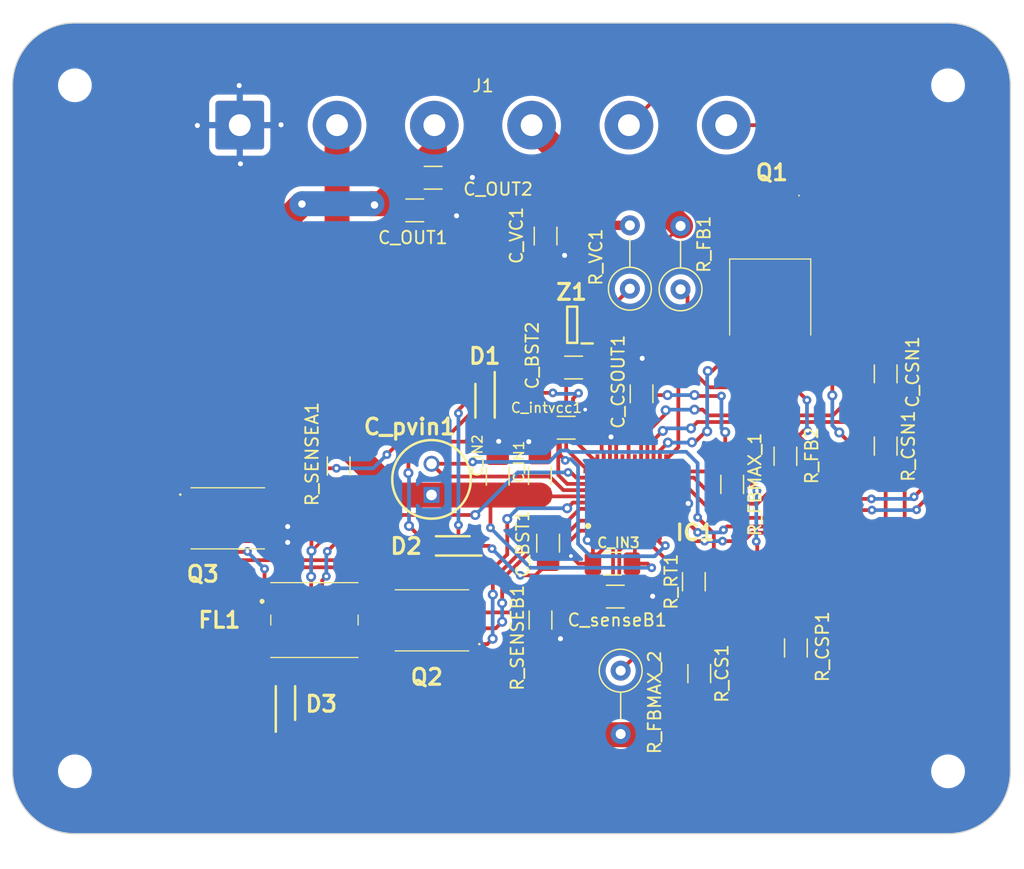
<source format=kicad_pcb>
(kicad_pcb (version 20221018) (generator pcbnew)
  (layers (0 "F.Cu" signal) (31 "B.Cu" power) (34 "B.Paste" user) (35 "F.Paste" user) (36 "B.SilkS" user "B.Silkscreen") (37 "F.SilkS" user "F.Silkscreen") (38 "B.Mask" user) (39 "F.Mask" user) (44 "Edge.Cuts" user))
  (net 0 "")
  (net 1 "/SW1")
  (net 2 "Net-(D2-K)")
  (net 3 "/BST2")
  (net 4 "/SW2")
  (net 5 "/CSN")
  (net 6 "/CSP")
  (net 7 "Net-(IC1-CSOUT)")
  (net 8 "GND")
  (net 9 "VIN")
  (net 10 "/MODE")
  (net 11 "VOUT")
  (net 12 "/PGND")
  (net 13 "/SENSEBOT")
  (net 14 "Net-(C_VC1-Pad1)")
  (net 15 "Net-(IC1-TG1)")
  (net 16 "/SENSETOP")
  (net 17 "/RT")
  (net 19 "STAT1")
  (net 20 "STAT2")
  (net 23 "/VFB")
  (net 24 "/FBG")
  (net 25 "/VFBMAX")
  (net 26 "BAT_CHARGE_OUT")
  (net 27 "/BGATE")
  (net 30 "/VC")
  (net 31 "/TG2")
  (net 32 "/BG2")
  (net 33 "/BG1")
  (net 34 "/CS_DRAIN")
  (net 36 "Net-(D3-A)")
  (footprint "Resistor_SMD:R_1206_3216Metric_Pad1.30x1.75mm_HandSolder" (layer "F.Cu") (at 192.3288 102.87 90)
    (fp_text reference "R_SENSEB1")
    (fp_text value "0.014")
  )
  (footprint "MountingHole:MountingHole_2.2mm_M2" (layer "F.Cu") (at 155 60)
    (fp_text reference "H1")
    (fp_text value "MountingHole")
  )
  (footprint "Resistor_SMD:R_1206_3216Metric_Pad1.30x1.75mm_HandSolder" (layer "F.Cu") (at 176.149 90.5256 90)
    (fp_text reference "R_SENSEA1")
    (fp_text value "0.014")
  )
  (footprint "BatChargerFootprints:SI7288DPT1GE3" (layer "F.Cu") (at 164.202 94.7166)
    (fp_text reference "Q3")
    (fp_text value "SI7272DP-T1-GE3" hide)
  )
  (footprint "Connector_Wire:SolderWire-1sqmm_1x06_P7.8mm_D1.4mm_OD3.9mm" (layer "F.Cu") (at 168.2176 63.1952)
    (fp_text reference "J1")
    (fp_text value "ChargeController_Main")
  )
  (footprint "BatChargerFootprints:PA4339701NLT" (layer "F.Cu") (at 174.2054 102.8714)
    (fp_text reference "FL1")
    (fp_text value "PA4339.701NLT" hide)
  )
  (footprint "BatChargerFootprints:SOD3716X145N" (layer "F.Cu") (at 171.8818 109.5248 90)
    (fp_text reference "D3")
    (fp_text value "SBR0560S1Q-7" hide)
  )
  (footprint "Capacitor_SMD:C_1206_3216Metric_Pad1.33x1.80mm_HandSolder" (layer "F.Cu") (at 198.3232 100.9904)
    (fp_text reference "C_senseB1")
    (fp_text value "68n")
  )
  (footprint "Resistor_SMD:R_1206_3216Metric_Pad1.30x1.75mm_HandSolder" (layer "F.Cu") (at 207.6958 91.9988 -90)
    (fp_text reference "R_FBMAX_1")
    (fp_text value "20k")
  )
  (footprint "Resistor_SMD:R_1206_3216Metric_Pad1.30x1.75mm_HandSolder" (layer "F.Cu") (at 211.963 89.7382 90)
    (fp_text reference "R_FB2")
    (fp_text value "20k")
  )
  (footprint "Capacitor_SMD:C_1206_3216Metric_Pad1.33x1.80mm_HandSolder" (layer "F.Cu") (at 220 83.1342 90)
    (fp_text reference "C_CSN1")
    (fp_text value "0.33u")
  )
  (footprint "Capacitor_SMD:C_1206_3216Metric_Pad1.33x1.80mm_HandSolder" (layer "F.Cu") (at 183.7182 67.4116 180)
    (fp_text reference "C_OUT2")
    (fp_text value "68u")
  )
  (footprint "Resistor_SMD:R_1206_3216Metric_Pad1.30x1.75mm_HandSolder" (layer "F.Cu") (at 220 88.9254 -90)
    (fp_text reference "R_CSN1")
    (fp_text value "100")
  )
  (footprint "MountingHole:MountingHole_2.2mm_M2" (layer "F.Cu") (at 225 60)
    (fp_text reference "H2")
    (fp_text value "MountingHole")
  )
  (footprint "Capacitor_SMD:C_1206_3216Metric_Pad1.33x1.80mm_HandSolder" (layer "F.Cu") (at 198.0946 98.3488 180)
    (fp_text reference "C_IN3")
    (fp_text value "15u")
  )
  (footprint "BatChargerFootprints:CAPPRD250W65D630H900" (layer "F.Cu") (at 183.5912 92.8424 90)
    (fp_text reference "C_pvin1")
    (fp_text value "10u" hide)
  )
  (footprint "BatChargerFootprints:NVD5117PLT4GVF01" (layer "F.Cu") (at 210.7438 80.0254 90)
    (fp_text reference "Q1")
    (fp_text value "PMOS" hide)
  )
  (footprint "MountingHole:MountingHole_2.2mm_M2" (layer "F.Cu") (at 155 115)
    (fp_text reference "H3")
    (fp_text value "MountingHole")
  )
  (footprint "BatChargerFootprints:QFN50P500X700X80-39N-D" (layer "F.Cu") (at 199.644 92.456 90)
    (fp_text reference "IC1")
    (fp_text value "LTC4020EUHF#PBF" hide)
  )
  (footprint "Capacitor_SMD:C_1206_3216Metric_Pad1.33x1.80mm_HandSolder" (layer "F.Cu") (at 192.7352 72.0852 -90)
    (fp_text reference "C_VC1")
    (fp_text value "680p")
  )
  (footprint "Capacitor_SMD:C_1206_3216Metric_Pad1.33x1.80mm_HandSolder" (layer "F.Cu") (at 192.278 91.2876 90)
    (fp_text reference "C_IN1")
    (fp_text value "0.1u")
  )
  (footprint "Capacitor_SMD:C_1206_3216Metric_Pad1.33x1.80mm_HandSolder" (layer "F.Cu") (at 182.245 70.0278)
    (fp_text reference "C_OUT1")
    (fp_text value "0.1u")
  )
  (footprint "Capacitor_SMD:C_1206_3216Metric_Pad1.33x1.80mm_HandSolder" (layer "F.Cu") (at 200.4314 84.7344 90)
    (fp_text reference "C_CSOUT1")
    (fp_text value "100p")
  )
  (footprint "Resistor_THT:R_Axial_DIN0309_L9.0mm_D3.2mm_P5.08mm_Vertical" (layer "F.Cu") (at 203.5556 76.3588 90)
    (fp_text reference "R_FB1")
    (fp_text value "100k")
  )
  (footprint "BatChargerFootprints:SOD3716X145N" (layer "F.Cu") (at 185.293 96.9264 180)
    (fp_text reference "D2")
    (fp_text value "SBR0560S1Q-7" hide)
  )
  (footprint "Capacitor_SMD:C_1206_3216Metric_Pad1.33x1.80mm_HandSolder" (layer "F.Cu") (at 194.3862 87.4522 180)
    (fp_text reference "C_intvcc1")
    (fp_text value "2.2u")
  )
  (footprint "Resistor_THT:R_Axial_DIN0309_L9.0mm_D3.2mm_P5.08mm_Vertical" (layer "F.Cu") (at 199.4916 76.308 90)
    (fp_text reference "R_VC1")
    (fp_text value "33k")
  )
  (footprint "Capacitor_SMD:C_1206_3216Metric_Pad1.33x1.80mm_HandSolder" (layer "F.Cu") (at 192.9384 96.7109 -90)
    (fp_text reference "C_BST1")
    (fp_text value "1u")
  )
  (footprint "Resistor_SMD:R_1206_3216Metric_Pad1.30x1.75mm_HandSolder" (layer "F.Cu") (at 205.0542 107.1626 -90)
    (fp_text reference "R_CS1")
    (fp_text value "0.014")
  )
  (footprint "Capacitor_SMD:C_1206_3216Metric_Pad1.33x1.80mm_HandSolder" (layer "F.Cu") (at 194.9835 82.6262 180)
    (fp_text reference "C_BST2")
    (fp_text value "1u")
  )
  (footprint "Resistor_SMD:R_1206_3216Metric_Pad1.30x1.75mm_HandSolder" (layer "F.Cu") (at 204.6224 99.7966 90)
    (fp_text reference "R_RT1")
    (fp_text value "270k")
  )
  (footprint "BatChargerFootprints:SI7288DPT1GE3" (layer "F.Cu") (at 186.6736 102.8954 180)
    (fp_text reference "Q2")
    (fp_text value "SI7272DP-T1-GE3" hide)
  )
  (footprint "Resistor_SMD:R_1206_3216Metric_Pad1.30x1.75mm_HandSolder" (layer "F.Cu") (at 212.8012 105.1052 90)
    (fp_text reference "R_CSP1")
    (fp_text value "100")
  )
  (footprint "BatChargerFootprints:SOT95P240X115-3N" (layer "F.Cu") (at 194.8688 79.1972 180)
    (fp_text reference "Z1")
    (fp_text value "BZX84C6V2LT116" hide)
  )
  (footprint "BatChargerFootprints:SOD3716X145N" (layer "F.Cu") (at 187.8838 85.2932 -90)
    (fp_text reference "D1")
    (fp_text value "SBR0560S1Q-7" hide)
  )
  (footprint "Resistor_THT:R_Axial_DIN0309_L9.0mm_D3.2mm_P5.08mm_Vertical" (layer "F.Cu") (at 198.755 106.9276 -90)
    (fp_text reference "R_FBMAX_2")
    (fp_text value "100k")
  )
  (footprint "Capacitor_SMD:C_1206_3216Metric_Pad1.33x1.80mm_HandSolder" (layer "F.Cu") (at 188.8998 91.3384 90)
    (fp_text reference "C_IN2")
    (fp_text value "15u")
  )
  (footprint "MountingHole:MountingHole_2.2mm_M2" (layer "F.Cu") (at 225 115)
    (fp_text reference "H4")
    (fp_text value "MountingHole")
  )
  (gr_arc (start 155 120) (mid 151.464466 118.535534) (end 150 115) (stroke (width 0.1)) (layer "Edge.Cuts"))
  (gr_arc (start 225 55) (mid 228.535534 56.464466) (end 230 60) (stroke (width 0.1)) (layer "Edge.Cuts"))
  (gr_line (start 150 115) (end 150 60) (stroke (width 0.1)) (layer "Edge.Cuts"))
  (gr_arc (start 230 115) (mid 228.535534 118.535534) (end 225 120) (stroke (width 0.1)) (layer "Edge.Cuts"))
  (gr_arc (start 150 60) (mid 151.464466 56.464466) (end 155 55) (stroke (width 0.1)) (layer "Edge.Cuts"))
  (gr_line (start 225 120) (end 155 120) (stroke (width 0.1)) (layer "Edge.Cuts"))
  (gr_line (start 230 60) (end 230 115) (stroke (width 0.1)) (layer "Edge.Cuts"))
  (gr_line (start 155 55) (end 225 55) (stroke (width 0.1)) (layer "Edge.Cuts"))
  (segment (start 176.5554 104.3714) (end 176.5554 101.3714) (width 0.3) (layer "F.Cu") (net 1))
  (segment (start 176.9244 101.7404) (end 176.5554 101.3714) (width 0.3) (layer "F.Cu") (net 1))
  (segment (start 196.194 93.956) (end 195.477 93.956) (width 0.3) (layer "F.Cu") (net 1))
  (segment (start 179.9336 101.7204) (end 180.6636 100.9904) (width 0.3) (layer "F.Cu") (net 1))
  (segment (start 188.0616 104.8004) (end 188.4934 104.3686) (width 0.3) (layer "F.Cu") (net 1))
  (segment (start 179.6288 101.7404) (end 180.1488 102.2604) (width 0.3) (layer "F.Cu") (net 1))
  (segment (start 195.477 93.956) (end 194.2846 95.1484) (width 0.3) (layer "F.Cu") (net 1))
  (segment (start 192.9384 95.203294) (end 192.9384 95.1484) (width 0.3) (layer "F.Cu") (net 1))
  (segment (start 184.8286 101.7404) (end 185.2986 102.2104) (width 0.3) (layer "F.Cu") (net 1))
  (segment (start 188.5059 100.825557) (end 188.5059 99.635794) (width 0.3) (layer "F.Cu") (net 1))
  (segment (start 180.2826 101.3714) (end 180.6636 100.9904) (width 0.3) (layer "F.Cu") (net 1))
  (segment (start 180.1488 102.2604) (end 180.6636 102.2604) (width 0.3) (layer "F.Cu") (net 1))
  (segment (start 188.5059 99.635794) (end 192.9384 95.203294) (width 0.3) (layer "F.Cu") (net 1))
  (segment (start 194.2846 95.1484) (end 192.9384 95.1484) (width 0.3) (layer "F.Cu") (net 1))
  (segment (start 185.2986 102.2104) (end 185.2986 104.3234) (width 0.3) (layer "F.Cu") (net 1))
  (segment (start 185.2986 104.3234) (end 185.7756 104.8004) (width 0.3) (layer "F.Cu") (net 1))
  (segment (start 182.9236 101.7404) (end 184.8286 101.7404) (width 0.3) (layer "F.Cu") (net 1))
  (segment (start 185.7756 104.8004) (end 186.2836 104.8004) (width 0.3) (layer "F.Cu") (net 1))
  (segment (start 182.9236 101.7404) (end 179.9336 101.7404) (width 0.3) (layer "F.Cu") (net 1))
  (segment (start 186.2836 104.8004) (end 188.0616 104.8004) (width 0.3) (layer "F.Cu") (net 1))
  (segment (start 179.9336 101.7404) (end 179.6288 101.7404) (width 0.3) (layer "F.Cu") (net 1))
  (segment (start 179.6288 101.7404) (end 176.9244 101.7404) (width 0.3) (layer "F.Cu") (net 1))
  (segment (start 179.9336 101.7404) (end 179.9336 101.7204) (width 0.3) (layer "F.Cu") (net 1))
  (via (at 188.5059 100.825557) (size 0.8) (drill 0.4) (layers "F.Cu" "B.Cu") (net 1))
  (via (at 188.4934 104.3686) (size 0.8) (drill 0.4) (layers "F.Cu" "B.Cu") (net 1))
  (segment (start 188.4934 104.3686) (end 188.4934 100.838057) (width 0.3) (layer "B.Cu") (net 1))
  (segment (start 188.4934 100.838057) (end 188.5059 100.825557) (width 0.3) (layer "B.Cu") (net 1))
  (segment (start 197.394 94.906) (end 197.394 95.595) (width 0.3) (layer "F.Cu") (net 2))
  (segment (start 197.2818 95.7072) (end 195.5046 95.7072) (width 0.3) (layer "F.Cu") (net 2))
  (segment (start 186.993 96.9264) (end 188.214 96.9264) (width 0.3) (layer "F.Cu") (net 2))
  (segment (start 188.214 96.9264) (end 188.4426 97.155) (width 0.3) (layer "F.Cu") (net 2))
  (segment (start 190.7032 99.2886) (end 191.9232 99.2886) (width 0.3) (layer "F.Cu") (net 2))
  (segment (start 191.9232 99.2886) (end 192.9384 98.2734) (width 0.3) (layer "F.Cu") (net 2))
  (segment (start 197.394 95.595) (end 197.2818 95.7072) (width 0.3) (layer "F.Cu") (net 2))
  (segment (start 195.5046 95.7072) (end 192.9384 98.2734) (width 0.3) (layer "F.Cu") (net 2))
  (via (at 188.4426 97.155) (size 0.7) (drill 0.3) (layers "F.Cu" "B.Cu") (net 2))
  (via (at 190.7032 99.2886) (size 0.7) (drill 0.3) (layers "F.Cu" "B.Cu") (net 2))
  (segment (start 190.5762 99.2886) (end 190.7032 99.2886) (width 0.3) (layer "B.Cu") (net 2))
  (segment (start 188.4426 97.155) (end 190.5762 99.2886) (width 0.3) (layer "B.Cu") (net 2))
  (segment (start 196.0688 80.1472) (end 194.2806 78.359) (width 0.3) (layer "F.Cu") (net 3))
  (segment (start 196.0688 82.149) (end 196.546 82.6262) (width 0.3) (layer "F.Cu") (net 3))
  (segment (start 197.394 89.4186) (end 197.231 89.2556) (width 0.3) (layer "F.Cu") (net 3))
  (segment (start 194.2806 78.359) (end 192.4812 78.359) (width 0.3) (layer "F.Cu") (net 3))
  (segment (start 197.394 90.006) (end 197.394 89.4186) (width 0.3) (layer "F.Cu") (net 3))
  (segment (start 197.231 89.2556) (end 197.231 83.3112) (width 0.3) (layer "F.Cu") (net 3))
  (segment (start 187.8838 82.9564) (end 187.8838 83.5932) (width 0.3) (layer "F.Cu") (net 3))
  (segment (start 192.4812 78.359) (end 187.8838 82.9564) (width 0.3) (layer "F.Cu") (net 3))
  (segment (start 196.0688 80.1472) (end 196.0688 82.149) (width 0.3) (layer "F.Cu") (net 3))
  (segment (start 197.231 83.3112) (end 196.546 82.6262) (width 0.3) (layer "F.Cu") (net 3))
  (segment (start 173.2668 98.6402) (end 183.349176 98.6402) (width 0.3) (layer "F.Cu") (net 4))
  (segment (start 171.8554 100.0516) (end 173.2668 98.6402) (width 0.3) (layer "F.Cu") (net 4))
  (segment (start 170.2054 98.7689) (end 170.2054 99.7214) (width 0.3) (layer "F.Cu") (net 4))
  (segment (start 171.8554 101.3714) (end 171.8554 100.0516) (width 0.3) (layer "F.Cu") (net 4))
  (segment (start 165.6334 95.758) (end 165.6334 96.8756) (width 0.3) (layer "F.Cu") (net 4))
  (segment (start 194.3862 89.1482) (end 194.3862 83.5914) (width 0.3) (layer "F.Cu") (net 4))
  (segment (start 168.8338 97.409) (end 168.8338 97.3699) (width 0.3) (layer "F.Cu") (net 4))
  (segment (start 193.421 82.6262) (end 193.421 79.445) (width 0.3) (layer "F.Cu") (net 4))
  (segment (start 170.2054 99.7214) (end 171.8554 101.3714) (width 0.3) (layer "F.Cu") (net 4))
  (segment (start 185.7502 86.0298) (end 186.563 85.217) (width 0.3) (layer "F.Cu") (net 4))
  (segment (start 165.227 95.3516) (end 165.6334 95.758) (width 0.3) (layer "F.Cu") (net 4))
  (segment (start 186.563 85.217) (end 188.190024 85.217) (width 0.3) (layer "F.Cu") (net 4))
  (segment (start 185.7502 96.239176) (end 185.7502 95.25) (width 0.3) (layer "F.Cu") (net 4))
  (segment (start 166.1668 97.409) (end 168.8338 97.409) (width 0.3) (layer "F.Cu") (net 4))
  (segment (start 196.194 90.956) (end 194.3862 89.1482) (width 0.3) (layer "F.Cu") (net 4))
  (segment (start 183.349176 98.6402) (end 185.7502 96.239176) (width 0.3) (layer "F.Cu") (net 4))
  (segment (start 193.421 79.445) (end 193.6688 79.1972) (width 0.3) (layer "F.Cu") (net 4))
  (segment (start 165.6334 96.8756) (end 166.1668 97.409) (width 0.3) (layer "F.Cu") (net 4))
  (segment (start 190.780824 82.6262) (end 193.421 82.6262) (width 0.3) (layer "F.Cu") (net 4))
  (segment (start 164.592 95.3516) (end 165.227 95.3516) (width 0.3) (layer "F.Cu") (net 4))
  (segment (start 194.3862 83.5914) (end 193.421 82.6262) (width 0.3) (layer "F.Cu") (net 4))
  (segment (start 185.7502 86.2937) (end 185.7502 86.0298) (width 0.3) (layer "F.Cu") (net 4))
  (segment (start 188.190024 85.217) (end 190.780824 82.6262) (width 0.3) (layer "F.Cu") (net 4))
  (via (at 185.7502 95.25) (size 0.7) (drill 0.3) (layers "F.Cu" "B.Cu") (net 4))
  (via (at 185.7502 86.2937) (size 0.7) (drill 0.3) (layers "F.Cu" "B.Cu") (net 4))
  (via (at 170.2054 98.7689) (size 0.7) (drill 0.3) (layers "F.Cu" "B.Cu") (net 4))
  (via (at 168.8338 97.3699) (size 0.7) (drill 0.3) (layers "F.Cu" "B.Cu") (net 4))
  (segment (start 168.8338 97.3973) (end 170.2054 98.7689) (width 0.3) (layer "B.Cu") (net 4))
  (segment (start 168.8338 97.3699) (end 168.8338 97.3973) (width 0.3) (layer "B.Cu") (net 4))
  (segment (start 185.7502 95.25) (end 185.7502 86.2937) (width 0.3) (layer "B.Cu") (net 4))
  (segment (start 220 87.3754) (end 220 84.6967) (width 0.3) (layer "F.Cu") (net 5))
  (segment (start 204.9018 86.995) (end 204.3938 87.503) (width 0.3) (layer "F.Cu") (net 5))
  (segment (start 201.394 90.006) (end 201.394 89.290755) (width 0.3) (layer "F.Cu") (net 5))
  (segment (start 219.6196 86.995) (end 220 87.3754) (width 0.3) (layer "F.Cu") (net 5))
  (segment (start 201.394 89.290755) (end 201.394 88.443708) (width 0.3) (layer "F.Cu") (net 5))
  (segment (start 205.6638 86.995) (end 219.6196 86.995) (width 0.3) (layer "F.Cu") (net 5))
  (segment (start 205.6638 86.995) (end 204.9018 86.995) (width 0.3) (layer "F.Cu") (net 5))
  (segment (start 201.394 88.443708) (end 202.132022 87.705686) (width 0.3) (layer "F.Cu") (net 5))
  (via (at 202.132022 87.705686) (size 0.8) (drill 0.4) (layers "F.Cu" "B.Cu") (net 5))
  (via (at 204.3938 87.503) (size 0.8) (drill 0.4) (layers "F.Cu" "B.Cu") (net 5))
  (segment (start 204.3938 87.503) (end 202.334708 87.503) (width 0.3) (layer "B.Cu") (net 5))
  (segment (start 202.334708 87.503) (end 202.132022 87.705686) (width 0.3) (layer "B.Cu") (net 5))
  (segment (start 205.7908 86.4616) (end 205.3336 86.0044) (width 0.3) (layer "F.Cu") (net 6))
  (segment (start 200.894 87.807435) (end 202.3618 86.339635) (width 0.3) (layer "F.Cu") (net 6))
  (segment (start 220 81.5717) (end 220 82.2346) (width 0.3) (layer "F.Cu") (net 6))
  (segment (start 200.894 88.4428) (end 200.894 87.807435) (width 0.3) (layer "F.Cu") (net 6))
  (segment (start 215.773 86.4616) (end 205.7908 86.4616) (width 0.3) (layer "F.Cu") (net 6))
  (segment (start 205.3336 86.0044) (end 204.6732 86.0044) (width 0.3) (layer "F.Cu") (net 6))
  (segment (start 220 81.5717) (end 221.52525 83.09695) (width 0.3) (layer "F.Cu") (net 6))
  (segment (start 212.8012 103.4796) (end 212.8012 103.5552) (width 0.3) (layer "F.Cu") (net 6))
  (segment (start 221.52525 83.09695) (end 221.52525 94.75555) (width 0.3) (layer "F.Cu") (net 6))
  (segment (start 202.3618 86.339635) (end 202.3618 86.0552) (width 0.3) (layer "F.Cu") (net 6))
  (segment (start 204.6732 86.0044) (end 204.723486 86.054686) (width 0.3) (layer "F.Cu") (net 6))
  (segment (start 200.894 90.006) (end 200.894 88.4428) (width 0.3) (layer "F.Cu") (net 6))
  (segment (start 220 82.2346) (end 215.773 86.4616) (width 0.3) (layer "F.Cu") (net 6))
  (segment (start 221.52525 94.75555) (end 212.8012 103.4796) (width 0.3) (layer "F.Cu") (net 6))
  (via (at 204.6732 86.0044) (size 0.8) (drill 0.4) (layers "F.Cu" "B.Cu") (net 6))
  (via (at 202.3618 86.0552) (size 0.8) (drill 0.4) (layers "F.Cu" "B.Cu") (net 6))
  (segment (start 202.697035 86.0044) (end 204.6732 86.0044) (width 0.3) (layer "B.Cu") (net 6))
  (segment (start 200.43509 86.30059) (end 200.4314 86.2969) (width 0.3) (layer "F.Cu") (net 7))
  (segment (start 200.394 90.006) (end 200.394 89.1032) (width 0.3) (layer "F.Cu") (net 7))
  (segment (start 200.394 86.3343) (end 200.4314 86.2969) (width 0.3) (layer "F.Cu") (net 7))
  (segment (start 200.394 89.1032) (end 200.394 86.3343) (width 0.3) (layer "F.Cu") (net 7))
  (segment (start 168.2176 63.1952) (end 168.2176 60.0644) (width 0.3) (layer "F.Cu") (net 8))
  (segment (start 186.8424 67.4116) (end 186.8678 67.3862) (width 0.3) (layer "F.Cu") (net 8))
  (segment (start 198.394 94.906) (end 198.394 93.706) (width 0.3) (layer "F.Cu") (net 8))
  (segment (start 196.5321 98.3488) (end 196.5321 96.8754) (width 0.3) (layer "F.Cu") (net 8))
  (segment (start 197.565294 96.955894) (end 196.5321 97.989088) (width 0.3) (layer "F.Cu") (net 8))
  (segment (start 201.295 100.9904) (end 201.3204 100.965) (width 0.3) (layer "F.Cu") (net 8))
  (segment (start 170.212 95.3516) (end 172.0342 95.3516) (width 0.3) (layer "F.Cu") (net 8))
  (segment (start 200.644 93.456) (end 199.644 92.456) (width 0.25) (layer "F.Cu") (net 8))
  (segment (start 172.0342 95.3516) (end 172.0596 95.377) (width 0.3) (layer "F.Cu") (net 8))
  (segment (start 197.894 94.906) (end 197.894 96.627188) (width 0.3) (layer "F.Cu") (net 8))
  (segment (start 194.2461 73.6477) (end 194.2592 73.6346) (width 0.3) (layer "F.Cu") (net 8))
  (segment (start 185.547 70.5104) (end 185.5978 70.4596) (width 0.3) (layer "F.Cu") (net 8))
  (segment (start 185.2807 67.4116) (end 186.8424 67.4116) (width 0.3) (layer "F.Cu") (net 8))
  (segment (start 188.8998 89.7759) (end 188.8998 88.6206) (width 0.3) (layer "F.Cu") (net 8))
  (segment (start 200.4314 81.9404) (end 200.4822 81.8896) (width 0.3) (layer "F.Cu") (net 8))
  (segment (start 204.0984 93.456) (end 204.1652 93.5228) (width 0.3) (layer "F.Cu") (net 8))
  (segment (start 197.894 90.006) (end 197.894 88.2753) (width 0.3) (layer "F.Cu") (net 8))
  (segment (start 198.394 96.127188) (end 197.565294 96.955894) (width 0.3) (layer "F.Cu") (net 8))
  (segment (start 203.094 93.456) (end 204.0984 93.456) (width 0.3) (layer "F.Cu") (net 8))
  (segment (start 197.894 90.706) (end 199.644 92.456) (width 0.25) (layer "F.Cu") (net 8))
  (segment (start 172.0342 96.6216) (end 172.0596 96.647) (width 0.3) (layer "F.Cu") (net 8))
  (segment (start 192.278 89.4588) (end 191.389 88.5698) (width 0.3) (layer "F.Cu") (net 8))
  (segment (start 195.9487 86.0429) (end 195.9102 86.0044) (width 0.3) (layer "F.Cu") (net 8))
  (segment (start 168.2176 66.2366) (end 168.275 66.294) (width 0.3) (layer "F.Cu") (net 8))
  (segment (start 164.846 63.1952) (end 164.8206 63.2206) (width 0.3) (layer "F.Cu") (net 8))
  (segment (start 188.8998 88.6206) (end 188.976 88.5444) (width 0.3) (layer "F.Cu") (net 8))
  (segment (start 170.212 96.6216) (end 172.0342 96.6216) (width 0.3) (layer "F.Cu") (net 8))
  (segment (start 196.5321 98.3488) (end 195.3768 98.3488) (width 0.3) (layer "F.Cu") (net 8))
  (segment (start 198.394 93.706) (end 199.644 92.456) (width 0.3) (layer "F.Cu") (net 8))
  (segment (start 192.3288 104.42) (end 193.8776 104.42) (width 0.3) (layer "F.Cu") (net 8))
  (segment (start 197.894 96.627188) (end 197.565294 96.955894) (width 0.3) (layer "F.Cu") (net 8))
  (segment (start 199.8857 100.9904) (end 201.295 100.9904) (width 0.3) (layer "F.Cu") (net 8))
  (segment (start 168.2176 63.1952) (end 168.2176 66.2366) (width 0.3) (layer "F.Cu") (net 8))
  (segment (start 195.9487 87.4522) (end 195.9487 86.0429) (width 0.3) (layer "F.Cu") (net 8))
  (segment (start 196.5321 97.989088) (end 196.5321 98.3488) (width 0.3) (layer "F.Cu") (net 8))
  (segment (start 168.2176 63.1952) (end 171.5008 63.1952) (width 0.3) (layer "F.Cu") (net 8))
  (segment (start 192.7352 73.6477) (end 194.2461 73.6477) (width 0.3) (layer "F.Cu") (net 8))
  (segment (start 198.394 94.906) (end 198.394 96.127188) (width 0.3) (layer "F.Cu") (net 8))
  (segment (start 168.2176 60.0644) (end 168.1734 60.0202) (width 0.3) (layer "F.Cu") (net 8))
  (segment (start 197.894 94.206) (end 199.644 92.456) (width 0.25) (layer "F.Cu") (net 8))
  (segment (start 200.4314 83.1719) (end 200.4314 81.9404) (width 0.3) (layer "F.Cu") (net 8))
  (segment (start 196.5321 96.8754) (end 196.1134 96.4567) (width 0.3) (layer "F.Cu") (net 8))
  (segment (start 192.278 89.7251) (end 192.278 89.4588) (width 0.3) (layer "F.Cu") (net 8))
  (segment (start 197.894 94.906) (end 197.894 94.206) (width 0.25) (layer "F.Cu") (net 8))
  (segment (start 203.094 93.456) (end 200.644 93.456) (width 0.25) (layer "F.Cu") (net 8))
  (segment (start 197.894 90.006) (end 197.894 90.706) (width 0.25) (layer "F.Cu") (net 8))
  (segment (start 171.5008 63.1952) (end 171.5262 63.1698) (width 0.3) (layer "F.Cu") (net 8))
  (segment (start 193.8776 104.42) (end 193.929 104.3686) (width 0.3) (layer "F.Cu") (net 8))
  (segment (start 168.2176 63.1952) (end 164.846 63.1952) (width 0.3) (layer "F.Cu") (net 8))
  (segment (start 195.3768 98.3488) (end 194.7672 97.7392) (width 0.3) (layer "F.Cu") (net 8))
  (segment (start 184.0869 70.5104) (end 185.547 70.5104) (width 0.3) (layer "F.Cu") (net 8))
  (segment (start 197.894 88.2753) (end 197.9805 88.1888) (width 0.3) (layer "F.Cu") (net 8))
  (via (at 194.2592 73.6346) (size 0.8) (drill 0.4) (layers "F.Cu" "B.Cu") (net 8))
  (via (at 168.275 66.294) (size 0.8) (drill 0.4) (layers "F.Cu" "B.Cu") (net 8))
  (via (at 195.9102 86.0044) (size 0.7) (drill 0.3) (layers "F.Cu" "B.Cu") (net 8))
  (via (at 185.5978 70.4596) (size 0.8) (drill 0.4) (layers "F.Cu" "B.Cu") (net 8))
  (via (at 171.5262 63.1698) (size 0.8) (drill 0.4) (layers "F.Cu" "B.Cu") (net 8))
  (via (at 200.4822 81.8896) (size 0.8) (drill 0.4) (layers "F.Cu" "B.Cu") (net 8))
  (via (at 194.7672 97.7392) (size 0.7) (drill 0.3) (layers "F.Cu" "B.Cu") (net 8))
  (via (at 191.389 88.5698) (size 0.8) (drill 0.4) (layers "F.Cu" "B.Cu") (net 8))
  (via (at 201.3204 100.965) (size 0.8) (drill 0.4) (layers "F.Cu" "B.Cu") (net 8))
  (via (at 204.1652 93.5228) (size 0.8) (drill 0.4) (layers "F.Cu" "B.Cu") (net 8))
  (via (at 168.1734 60.0202) (size 0.8) (drill 0.4) (layers "F.Cu" "B.Cu") (net 8))
  (via (at 164.8206 63.2206) (size 0.8) (drill 0.4) (layers "F.Cu" "B.Cu") (net 8))
  (via (at 193.929 104.3686) (size 0.8) (drill 0.4) (layers "F.Cu" "B.Cu") (net 8))
  (via (at 188.976 88.5444) (size 0.8) (drill 0.4) (layers "F.Cu" "B.Cu") (net 8))
  (via (at 172.0596 95.377) (size 0.8) (drill 0.4) (layers "F.Cu" "B.Cu") (net 8))
  (via (at 197.9805 88.1888) (size 0.8) (drill 0.4) (layers "F.Cu" "B.Cu") (net 8))
  (via (at 172.0596 96.647) (size 0.8) (drill 0.4) (layers "F.Cu" "B.Cu") (net 8))
  (via (at 186.8678 67.3862) (size 0.8) (drill 0.4) (layers "F.Cu" "B.Cu") (net 8))
  (via (at 196.1134 96.4567) (size 0.8) (drill 0.4) (layers "F.Cu" "B.Cu") (net 8))
  (segment (start 199.6571 98.3488) (end 200.914 98.3488) (width 0.3) (layer "F.Cu") (net 9))
  (segment (start 188.3156 93.4851) (end 188.8998 92.9009) (width 0.3) (layer "F.Cu") (net 9))
  (segment (start 196.194 92.956) (end 192.955 92.956) (width 0.3) (layer "F.Cu") (net 9))
  (segment (start 176.0176 88.1344) (end 180.8226 92.9394) (width 2) (layer "F.Cu") (net 9))
  (segment (start 199.894 94.906) (end 199.894 96.8673) (width 0.3) (layer "F.Cu") (net 9))
  (segment (start 176.0176 63.1952) (end 176.0176 88.1344) (width 2) (layer "F.Cu") (net 9))
  (segment (start 200.914 98.3488) (end 201.2442 98.679) (width 0.3) (layer "F.Cu") (net 9))
  (segment (start 180.9119 92.8501) (end 192.278 92.8501) (width 2) (layer "F.Cu") (net 9))
  (segment (start 180.8226 92.9394) (end 180.9119 92.8501) (width 2) (layer "F.Cu") (net 9))
  (segment (start 199.894 96.8673) (end 199.8857 96.8756) (width 0.3) (layer "F.Cu") (net 9))
  (segment (start 199.894 98.1119) (end 199.6571 98.3488) (width 0.3) (layer "F.Cu") (net 9))
  (segment (start 188.3156 95.4786) (end 188.3156 93.4851) (width 0.3) (layer "F.Cu") (net 9))
  (segment (start 192.955 92.956) (end 192.9384 92.9394) (width 0.3) (layer "F.Cu") (net 9))
  (segment (start 199.894 94.906) (end 199.894 98.1119) (width 0.3) (layer "F.Cu") (net 9))
  (via (at 188.3156 95.4786) (size 0.7) (drill 0.3) (layers "F.Cu" "B.Cu") (net 9))
  (via (at 201.2442 98.679) (size 0.7) (drill 0.3) (layers "F.Cu" "B.Cu") (net 9))
  (segment (start 191.516 98.679) (end 188.3156 95.4786) (width 0.3) (layer "B.Cu") (net 9))
  (segment (start 201.2442 98.679) (end 191.516 98.679) (width 0.3) (layer "B.Cu") (net 9))
  (segment (start 201.7522 96.4946) (end 201.5744 96.4946) (width 0.3) (layer "F.Cu") (net 10))
  (segment (start 201.894 96.3528) (end 201.7522 96.4946) (width 0.3) (layer "F.Cu") (net 10))
  (segment (start 194.4704 91.956) (end 193.7512 91.2368) (width 0.3) (layer "F.Cu") (net 10))
  (segment (start 201.394 96.3142) (end 201.5744 96.4946) (width 0.3) (layer "F.Cu") (net 10))
  (segment (start 192.8237 87.4522) (end 193.7512 88.3797) (width 0.3) (layer "F.Cu") (net 10))
  (segment (start 186.3072 88.5698) (end 187.8838 86.9932) (width 0.3) (layer "F.Cu") (net 10))
  (segment (start 181.737 89.9922) (end 181.737 91.0844) (width 0.3) (layer "F.Cu") (net 10))
  (segment (start 196.194 91.956) (end 194.4704 91.956) (width 0.3) (layer "F.Cu") (net 10))
  (segment (start 183.593 96.9264) (end 183.388 96.9264) (width 0.3) (layer "F.Cu") (net 10))
  (segment (start 193.8862 88.5147) (end 192.8237 87.4522) (width 0.3) (layer "F.Cu") (net 10))
  (segment (start 188.3428 87.4522) (end 192.8237 87.4522) (width 0.3) (layer "F.Cu") (net 10))
  (segment (start 193.8862 89.636987) (end 193.8862 89.6446) (width 0.3) (layer "F.Cu") (net 10))
  (segment (start 201.7522 96.4946) (end 202.1586 96.901) (width 0.3) (layer "F.Cu") (net 10))
  (segment (start 194.227276 89.978063) (end 193.8862 89.636987) (width 0.3) (layer "F.Cu") (net 10))
  (segment (start 193.8862 89.636987) (end 193.8862 88.5147) (width 0.3) (layer "F.Cu") (net 10))
  (segment (start 201.894 94.906) (end 201.894 96.3528) (width 0.3) (layer "F.Cu") (net 10))
  (segment (start 183.1594 88.5698) (end 186.3072 88.5698) (width 0.3) (layer "F.Cu") (net 10))
  (segment (start 202.1586 96.901) (end 202.3364 96.901) (width 0.3) (layer "F.Cu") (net 10))
  (segment (start 181.737 89.9922) (end 183.1594 88.5698) (width 0.3) (layer "F.Cu") (net 10))
  (segment (start 183.388 96.9264) (end 181.7878 95.3262) (width 0.3) (layer "F.Cu") (net 10))
  (segment (start 201.394 95.8088) (end 201.394 96.3142) (width 0.3) (layer "F.Cu") (net 10))
  (segment (start 193.7512 88.3797) (end 193.7512 91.2368) (width 0.3) (layer "F.Cu") (net 10))
  (segment (start 187.8838 86.9932) (end 188.3428 87.4522) (width 0.3) (layer "F.Cu") (net 10))
  (segment (start 201.394 94.906) (end 201.394 95.8088) (width 0.3) (layer "F.Cu") (net 10))
  (segment (start 193.8862 89.6446) (end 194.31 90.0684) (width 0.3) (layer "F.Cu") (net 10))
  (via (at 202.3364 96.901) (size 0.7) (drill 0.3) (layers "F.Cu" "B.Cu") (net 10))
  (via (at 181.737 91.0844) (size 0.8) (drill 0.4) (layers "F.Cu" "B.Cu") (net 10))
  (via (at 194.31 90.0684) (size 0.7) (drill 0.3) (layers "F.Cu" "B.Cu") (net 10))
  (via (at 181.7878 95.3262) (size 0.8) (drill 0.4) (layers "F.Cu" "B.Cu") (net 10))
  (segment (start 195.3394 96.762) (end 196.333144 97.755744) (width 0.3) (layer "B.Cu") (net 10))
  (segment (start 196.333144 97.755744) (end 201.481656 97.755744) (width 0.3) (layer "B.Cu") (net 10))
  (segment (start 195.3394 90.545139) (end 195.3394 96.762) (width 0.3) (layer "B.Cu") (net 10))
  (segment (start 195.27213 90.47787) (end 194.772324 89.978063) (width 0.3) (layer "B.Cu") (net 10))
  (segment (start 194.772324 89.978063) (end 194.227276 89.978063) (width 0.3) (layer "B.Cu") (net 10))
  (segment (start 201.481656 97.755744) (end 202.3364 96.901) (width 0.3) (layer "B.Cu") (net 10))
  (segment (start 181.7878 91.1352) (end 181.737 91.0844) (width 0.3) (layer "B.Cu") (net 10))
  (segment (start 195.27213 90.47787) (end 195.3394 90.545139) (width 0.3) (layer "B.Cu") (net 10))
  (segment (start 181.7878 95.3262) (end 181.7878 91.1352) (width 0.3) (layer "B.Cu") (net 10))
  (segment (start 180.6825 68.4399) (end 180.6825 70.0278) (width 2) (layer "F.Cu") (net 11))
  (segment (start 162.757 92.7862) (end 162.757 107.0802) (width 2) (layer "F.Cu") (net 11))
  (segment (start 179.6157 69.4944) (end 178.816 69.4944) (width 2) (layer "F.Cu") (net 11))
  (segment (start 182.77185 66.33825) (end 180.67635 68.43375) (width 2) (layer "F.Cu") (net 11))
  (segment (start 183.8176 63.1952) (end 183.8176 65.2925) (width 2) (layer "F.Cu") (net 11))
  (segment (start 162.7824 92.8116) (end 162.757 92.7862) (width 0.75) (layer "F.Cu") (net 11))
  (segment (start 173.2026 69.5198) (end 162.757 79.9654) (width 2) (layer "F.Cu") (net 11))
  (segment (start 180.67635 68.43375) (end 179.6157 69.4944) (width 2) (layer "F.Cu") (net 11))
  (segment (start 162.757 107.0802) (end 167.7416 112.0648) (width 2) (layer "F.Cu") (net 11))
  (segment (start 167.7416 112.0648) (end 199.9234 112.0648) (width 2) (layer "F.Cu") (net 11))
  (segment (start 199.9234 112.0648) (end 203.5556 108.4326) (width 2) (layer "F.Cu") (net 11))
  (segment (start 199.9234 112.0648) (end 198.8566 112.0648) (width 2) (layer "F.Cu") (net 11))
  (segment (start 180.67635 68.43375) (end 180.6825 68.4399) (width 2) (layer "F.Cu") (net 11))
  (segment (start 162.757 79.9654) (end 162.757 92.7862) (width 2) (layer "F.Cu") (net 11))
  (segment (start 164.592 92.8116) (end 162.7824 92.8116) (width 0.75) (layer "F.Cu") (net 11))
  (segment (start 183.8176 65.2925) (end 182.77185 66.33825) (width 2) (layer "F.Cu") (net 11))
  (segment (start 211.0238 108.4326) (end 212.8012 106.6552) (width 2) (layer "F.Cu") (net 11))
  (segment (start 203.5556 108.4326) (end 211.0238 108.4326) (width 2) (layer "F.Cu") (net 11))
  (via (at 179.0192 69.596) (size 1.5) (drill 0.6) (layers "F.Cu" "B.Cu") (net 11))
  (via (at 173.2026 69.5198) (size 1.5) (drill 0.6) (layers "F.Cu" "B.Cu") (net 11))
  (segment (start 173.228 69.4944) (end 173.2026 69.5198) (width 2) (layer "B.Cu") (net 11))
  (segment (start 178.816 69.4944) (end 173.228 69.4944) (width 2) (layer "B.Cu") (net 11))
  (segment (start 186.7462 90.3424) (end 183.5912 90.3424) (width 0.3) (layer "F.Cu") (net 12))
  (segment (start 205.6886 101.3466) (end 206.2226 100.8126) (width 0.3) (layer "F.Cu") (net 12))
  (segment (start 193.0654 91.3638) (end 184.6126 91.3638) (width 0.3) (layer "F.Cu") (net 12))
  (segment (start 206.2226 100.8126) (end 206.2226 95.9358) (width 0.3) (layer "F.Cu") (net 12))
  (segment (start 186.8932 90.1954) (end 186.7462 90.3424) (width 0.3) (layer "F.Cu") (net 12))
  (segment (start 184.6126 91.3638) (end 183.5912 90.3424) (width 0.3) (layer "F.Cu") (net 12))
  (segment (start 206.2226 95.9358) (end 204.9272 94.6404) (width 0.3) (layer "F.Cu") (net 12))
  (segment (start 194.1576 92.456) (end 193.0654 91.3638) (width 0.3) (layer "F.Cu") (net 12))
  (segment (start 204.6224 101.3466) (end 205.6886 101.3466) (width 0.3) (layer "F.Cu") (net 12))
  (segment (start 196.194 92.456) (end 194.1576 92.456) (width 0.3) (layer "F.Cu") (net 12))
  (via (at 204.9272 94.6404) (size 0.7) (drill 0.3) (layers "F.Cu" "B.Cu") (net 12))
  (via (at 186.8932 90.1954) (size 0.7) (drill 0.3) (layers "F.Cu" "B.Cu") (net 12))
  (segment (start 194.517226 89.278063) (end 193.937326 89.278063) (width 0.3) (layer "B.Cu") (net 12))
  (segment (start 194.635163 89.396) (end 194.517226 89.278063) (width 0.3) (layer "B.Cu") (net 12))
  (segment (start 204.9272 90.297) (end 204.0128 89.3826) (width 0.3) (layer "B.Cu") (net 12))
  (segment (start 203.212 89.396) (end 194.635163 89.396) (width 0.3) (layer "B.Cu") (net 12))
  (segment (start 203.2254 89.3826) (end 203.212 89.396) (width 0.3) (layer "B.Cu") (net 12))
  (segment (start 204.9272 94.6404) (end 204.9272 90.297) (width 0.3) (layer "B.Cu") (net 12))
  (segment (start 204.0128 89.3826) (end 203.2254 89.3826) (width 0.3) (layer "B.Cu") (net 12))
  (segment (start 193.019989 90.1954) (end 186.8932 90.1954) (width 0.3) (layer "B.Cu") (net 12))
  (segment (start 193.937326 89.278063) (end 193.019989 90.1954) (width 0.3) (layer "B.Cu") (net 12))
  (segment (start 196.7607 100.5209) (end 196.7607 100.9904) (width 0.3) (layer "F.Cu") (net 13))
  (segment (start 198.894 96.334294) (end 198.894 94.906) (width 0.3) (layer "F.Cu") (net 13))
  (segment (start 198.1446 99.6065) (end 198.1446 97.083694) (width 0.3) (layer "F.Cu") (net 13))
  (segment (start 190.6778 102.2604) (end 186.2836 102.2604) (width 0.3) (layer "F.Cu") (net 13))
  (segment (start 196.7607 100.9904) (end 198.1446 99.6065) (width 0.3) (layer "F.Cu") (net 13))
  (segment (start 192.3288 101.32) (end 191.6182 101.32) (width 0.3) (layer "F.Cu") (net 13))
  (segment (start 198.1446 97.083694) (end 198.894 96.334294) (width 0.3) (layer "F.Cu") (net 13))
  (segment (start 196.7607 100.9904) (end 192.6584 100.9904) (width 0.3) (layer "F.Cu") (net 13))
  (segment (start 192.6584 100.9904) (end 192.3288 101.32) (width 0.3) (layer "F.Cu") (net 13))
  (segment (start 191.6182 101.32) (end 190.6778 102.2604) (width 0.3) (layer "F.Cu") (net 13))
  (segment (start 193.4405 71.228) (end 192.7352 70.5227) (width 0.75) (layer "F.Cu") (net 14))
  (segment (start 199.4916 71.228) (end 193.4405 71.228) (width 0.75) (layer "F.Cu") (net 14))
  (segment (start 193.675 96.7232) (end 192.1256 96.7232) (width 0.3) (layer "F.Cu") (net 15))
  (segment (start 196.894 94.906) (end 195.4922 94.906) (width 0.3) (layer "F.Cu") (net 15))
  (segment (start 192.1256 96.7232) (end 189.2554 99.5934) (width 0.3) (layer "F.Cu") (net 15))
  (segment (start 188.7349 103.5304) (end 186.2836 103.5304) (width 0.3) (layer "F.Cu") (net 15))
  (segment (start 189.2554 99.5934) (end 189.2554 101.5109) (width 0.3) (layer "F.Cu") (net 15))
  (segment (start 189.2554 103.0099) (end 188.7349 103.5304) (width 0.3) (layer "F.Cu") (net 15))
  (segment (start 195.4922 94.906) (end 193.675 96.7232) (width 0.3) (layer "F.Cu") (net 15))
  (via (at 189.2554 101.5109) (size 0.8) (drill 0.4) (layers "F.Cu" "B.Cu") (net 15))
  (via (at 189.2554 103.0099) (size 0.8) (drill 0.4) (layers "F.Cu" "B.Cu") (net 15))
  (segment (start 189.2554 101.5109) (end 189.2554 103.0099) (width 0.3) (layer "B.Cu") (net 15))
  (segment (start 178.9811 105.3719) (end 178.181 106.172) (width 0.3) (layer "F.Cu") (net 16))
  (segment (start 199.394 96.5414) (end 198.6446 97.2908) (width 0.3) (layer "F.Cu") (net 16))
  (segment (start 179.5526 104.8004) (end 178.9811 105.3719) (width 0.3) (layer "F.Cu") (net 16))
  (segment (start 175.2346 106.172) (end 174.8282 105.7656) (width 0.3) (layer "F.Cu") (net 16))
  (segment (start 174.8282 105.7656) (end 174.8282 99.695) (width 0.3) (layer "F.Cu") (net 16))
  (segment (start 185.2992 106.426) (end 182.9236 104.0504) (width 0.3) (layer "F.Cu") (net 16))
  (segment (start 178.9811 105.3719) (end 180.6636 103.6894) (width 0.25) (layer "F.Cu") (net 16))
  (segment (start 174.8282 99.695) (end 175.1584 99.3648) (width 0.3) (layer "F.Cu") (net 16))
  (segment (start 178.181 106.172) (end 175.2346 106.172) (width 0.3) (layer "F.Cu") (net 16))
  (segment (start 180.6636 104.8004) (end 179.5526 104.8004) (width 0.3) (layer "F.Cu") (net 16))
  (segment (start 198.6446 97.2908) (end 198.6446 103.3614) (width 0.3) (layer "F.Cu") (net 16))
  (segment (start 176.149 96.4555) (end 176.149 92.0756) (width 0.3) (layer "F.Cu") (net 16))
  (segment (start 175.2346 97.3699) (end 176.149 96.4555) (width 0.3) (layer "F.Cu") (net 16))
  (segment (start 199.394 94.906) (end 199.394 96.5414) (width 0.3) (layer "F.Cu") (net 16))
  (segment (start 195.58 106.426) (end 185.2992 106.426) (width 0.3) (layer "F.Cu") (net 16))
  (segment (start 198.6446 103.3614) (end 195.58 106.426) (width 0.3) (layer "F.Cu") (net 16))
  (segment (start 180.6636 103.6894) (end 180.6636 103.5304) (width 0.25) (layer "F.Cu") (net 16))
  (via (at 175.1584 99.3648) (size 0.7) (drill 0.3) (layers "F.Cu" "B.Cu") (net 16))
  (via (at 175.2346 97.3699) (size 0.7) (drill 0.3) (layers "F.Cu" "B.Cu") (net 16))
  (segment (start 175.1584 99.3648) (end 175.1584 97.4461) (width 0.3) (layer "B.Cu") (net 16))
  (segment (start 175.1584 97.4461) (end 175.2346 97.3699) (width 0.3) (layer "B.Cu") (net 16))
  (segment (start 200.394 95.80307) (end 200.6696 96.07867) (width 0.3) (layer "F.Cu") (net 17))
  (segment (start 202.619294 98.2466) (end 204.6224 98.2466) (width 0.3) (layer "F.Cu") (net 17))
  (segment (start 200.6696 96.07867) (end 200.6696 96.301) (width 0.3) (layer "F.Cu") (net 17))
  (segment (start 200.6696 96.296906) (end 202.619294 98.2466) (width 0.3) (layer "F.Cu") (net 17))
  (segment (start 200.394 95.80307) (end 200.394 94.906) (width 0.3) (layer "F.Cu") (net 17))
  (segment (start 200.6696 96.07867) (end 200.6696 96.296906) (width 0.3) (layer "F.Cu") (net 17))
  (segment (start 222.4786 94.0308) (end 222.4786 93.9292) (width 0.3) (layer "F.Cu") (net 19))
  (segment (start 202.9228 59.69) (end 199.4176 63.1952) (width 0.3) (layer "F.Cu") (net 19))
  (segment (start 211.4692 95.8708) (end 213.2838 94.0562) (width 0.3) (layer "F.Cu") (net 19))
  (segment (start 213.2838 94.0562) (end 218.8972 94.0562) (width 0.3) (layer "F.Cu") (net 19))
  (segment (start 202.394 94.906) (end 204.0334 96.5454) (width 0.3) (layer "F.Cu") (net 19))
  (segment (start 224.4344 91.9734) (end 224.4344 74.4728) (width 0.3) (layer "F.Cu") (net 19))
  (segment (start 209.6516 59.69) (end 202.9228 59.69) (width 0.3) (layer "F.Cu") (net 19))
  (segment (start 208.6102 96.5454) (end 209.2848 95.8708) (width 0.3) (layer "F.Cu") (net 19))
  (segment (start 209.2848 95.8708) (end 211.4692 95.8708) (width 0.3) (layer "F.Cu") (net 19))
  (segment (start 222.4786 93.9292) (end 224.4344 91.9734) (width 0.3) (layer "F.Cu") (net 19))
  (segment (start 224.4344 74.4728) (end 209.6516 59.69) (width 0.3) (layer "F.Cu") (net 19))
  (segment (start 206.9221 96.5454) (end 208.6102 96.5454) (width 0.3) (layer "F.Cu") (net 19))
  (segment (start 204.0334 96.5454) (end 205.486 96.5454) (width 0.3) (layer "F.Cu") (net 19))
  (via (at 206.9221 96.5454) (size 0.7) (drill 0.3) (layers "F.Cu" "B.Cu") (net 19))
  (via (at 205.486 96.5454) (size 0.7) (drill 0.3) (layers "F.Cu" "B.Cu") (net 19))
  (via (at 218.8972 94.0562) (size 0.7) (drill 0.3) (layers "F.Cu" "B.Cu") (net 19))
  (via (at 222.4786 94.0308) (size 0.7) (drill 0.3) (layers "F.Cu" "B.Cu") (net 19))
  (segment (start 205.486 96.5454) (end 206.9221 96.5454) (width 0.3) (layer "B.Cu") (net 19))
  (segment (start 222.4532 94.0562) (end 222.4786 94.0308) (width 0.3) (layer "B.Cu") (net 19))
  (segment (start 218.8972 94.0562) (end 222.4532 94.0562) (width 0.3) (layer "B.Cu") (net 19))
  (segment (start 223.6724 91.5924) (end 223.6724 74.6252) (width 0.3) (layer "F.Cu") (net 20))
  (segment (start 222.2754 92.9894) (end 223.4819 91.7829) (width 0.3) (layer "F.Cu") (net 20))
  (segment (start 223.6724 74.6252) (end 212.2424 63.1952) (width 0.3) (layer "F.Cu") (net 20))
  (segment (start 223.5454 91.7194) (end 223.5708 91.7194) (width 0.3) (layer "F.Cu") (net 20))
  (segment (start 206.995631 95.648908) (end 207.273739 95.3708) (width 0.3) (layer "F.Cu") (net 20))
  (segment (start 213.475417 93.157477) (end 218.859753 93.157477) (width 0.3) (layer "F.Cu") (net 20))
  (segment (start 211.262094 95.3708) (end 213.475417 93.157477) (width 0.3) (layer "F.Cu") (net 20))
  (segment (start 207.273739 95.3708) (end 211.262094 95.3708) (width 0.3) (layer "F.Cu") (net 20))
  (segment (start 223.4819 91.7829) (end 223.6724 91.5924) (width 0.3) (layer "F.Cu") (net 20))
  (segment (start 203.094 94.012921) (end 204.924085 95.843006) (width 0.3) (layer "F.Cu") (net 20))
  (segment (start 212.2424 63.1952) (end 207.2176 63.1952) (width 0.3) (layer "F.Cu") (net 20))
  (segment (start 223.4819 91.7829) (end 223.5454 91.7194) (width 0.3) (layer "F.Cu") (net 20))
  (segment (start 203.094 93.956) (end 203.094 94.012921) (width 0.3) (layer "F.Cu") (net 20))
  (via (at 218.859753 93.157477) (size 0.7) (drill 0.3) (layers "F.Cu" "B.Cu") (net 20))
  (via (at 206.995631 95.648908) (size 0.7) (drill 0.3) (layers "F.Cu" "B.Cu") (net 20))
  (via (at 204.924085 95.843006) (size 0.7) (drill 0.3) (layers "F.Cu" "B.Cu") (net 20))
  (via (at 222.2754 92.9894) (size 0.7) (drill 0.3) (layers "F.Cu" "B.Cu") (net 20))
  (segment (start 218.859753 93.157477) (end 222.107323 93.157477) (width 0.3) (layer "B.Cu") (net 20))
  (segment (start 222.107323 93.157477) (end 222.2754 92.9894) (width 0.3) (layer "B.Cu") (net 20))
  (segment (start 204.924085 95.843006) (end 206.801533 95.843006) (width 0.3) (layer "B.Cu") (net 20))
  (segment (start 206.801533 95.843006) (end 206.995631 95.648908) (width 0.3) (layer "B.Cu") (net 20))
  (segment (start 213.106 88.1882) (end 212.9282 88.1882) (width 0.3) (layer "F.Cu") (net 23))
  (segment (start 211.1629 94.6785) (end 213.6651 92.1763) (width 0.3) (layer "F.Cu") (net 23))
  (segment (start 213.6902 85.2424) (end 212.66 84.2122) (width 0.3) (layer "F.Cu") (net 23))
  (segment (start 212.9282 88.1882) (end 211.963 88.1882) (width 0.3) (layer "F.Cu") (net 23))
  (segment (start 203.843 91.956) (end 206.5655 94.6785) (width 0.3) (layer "F.Cu") (net 23))
  (segment (start 206.5655 94.6785) (end 211.1629 94.6785) (width 0.3) (layer "F.Cu") (net 23))
  (segment (start 205.8274 84.2122) (end 204.117729 82.502529) (width 0.3) (layer "F.Cu") (net 23))
  (segment (start 204.117729 76.920929) (end 203.5556 76.3588) (width 0.3) (layer "F.Cu") (net 23))
  (segment (start 213.741 87.6945) (end 213.4219 87.6945) (width 0.3) (layer "F.Cu") (net 23))
  (segment (start 212.66 84.2122) (end 205.8274 84.2122) (width 0.3) (layer "F.Cu") (net 23))
  (segment (start 204.117729 82.502529) (end 204.117729 76.920929) (width 0.3) (layer "F.Cu") (net 23))
  (segment (start 213.6651 92.1763) (end 213.6651 88.7473) (width 0.3) (layer "F.Cu") (net 23))
  (segment (start 203.094 91.956) (end 203.843 91.956) (width 0.3) (layer "F.Cu") (net 23))
  (segment (start 211.7102 87.9354) (end 211.963 88.1882) (width 0.3) (layer "F.Cu") (net 23))
  (segment (start 213.4219 87.6945) (end 212.9282 88.1882) (width 0.3) (layer "F.Cu") (net 23))
  (segment (start 213.6651 88.7473) (end 213.106 88.1882) (width 0.3) (layer "F.Cu") (net 23))
  (via (at 213.6902 85.2424) (size 0.7) (drill 0.3) (layers "F.Cu" "B.Cu") (net 23))
  (via (at 213.741 87.6945) (size 0.7) (drill 0.3) (layers "F.Cu" "B.Cu") (net 23))
  (segment (start 213.6902 85.2424) (end 213.6902 87.6437) (width 0.3) (layer "B.Cu") (net 23))
  (segment (start 213.6902 87.6437) (end 213.741 87.6945) (width 0.3) (layer "B.Cu") (net 23))
  (segment (start 206.7152 93.5488) (end 207.6958 93.5488) (width 0.3) (layer "F.Cu") (net 24))
  (segment (start 209.7024 93.5488) (end 211.963 91.2882) (width 0.3) (layer "F.Cu") (net 24))
  (segment (start 207.6958 93.5488) (end 209.7024 93.5488) (width 0.3) (layer "F.Cu") (net 24))
  (segment (start 204.6224 91.456) (end 206.7152 93.5488) (width 0.3) (layer "F.Cu") (net 24))
  (segment (start 203.094 91.456) (end 204.6224 91.456) (width 0.3) (layer "F.Cu") (net 24))
  (segment (start 199.1814 85.6288) (end 199.9742 84.836) (width 0.3) (layer "F.Cu") (net 25))
  (segment (start 207.1886 90.956) (end 207.6958 90.4488) (width 0.3) (layer "F.Cu") (net 25))
  (segment (start 208.1784 89.9662) (end 207.6958 90.4488) (width 0.3) (layer "F.Cu") (net 25))
  (segment (start 199.394 90.006) (end 199.394 89.436024) (width 0.3) (layer "F.Cu") (net 25))
  (segment (start 200.9902 84.836) (end 202.5142 84.836) (width 0.3) (layer "F.Cu") (net 25))
  (segment (start 199.9742 84.836) (end 200.9902 84.836) (width 0.3) (layer "F.Cu") (net 25))
  (segment (start 199.39 89.432024) (end 199.39 87.5538) (width 0.3) (layer "F.Cu") (net 25))
  (segment (start 199.394 89.436024) (end 199.39 89.432024) (width 0.3) (layer "F.Cu") (net 25))
  (segment (start 199.1814 87.3452) (end 199.1814 85.6288) (width 0.3) (layer "F.Cu") (net 25))
  (segment (start 207.137 87.8078) (end 207.137 89.89) (width 0.3) (layer "F.Cu") (net 25))
  (segment (start 208.2671 89.9797) (end 207.9498 90.297) (width 0.3) (layer "F.Cu") (net 25))
  (segment (start 206.8322 84.9122) (end 204.7494 84.9122) (width 0.3) (layer "F.Cu") (net 25))
  (segment (start 209.7024 96.647) (end 209.6262 96.5708) (width 0.3) (layer "F.Cu") (net 25))
  (segment (start 201.6188 104.0638) (end 205.5368 104.0638) (width 0.3) (layer "F.Cu") (net 25))
  (segment (start 207.8488 90.6018) (end 207.6958 90.4488) (width 0.3) (layer "F.Cu") (net 25))
  (segment (start 204.7494 84.9122) (end 204.6732 84.836) (width 0.3) (layer "F.Cu") (net 25))
  (segment (start 203.094 90.956) (end 207.1886 90.956) (width 0.3) (layer "F.Cu") (net 25))
  (segment (start 209.677 92.5068) (end 209.677 92.43) (width 0.3) (layer "F.Cu") (net 25))
  (segment (start 209.7024 99.8982) (end 209.7024 96.647) (width 0.3) (layer "F.Cu") (net 25))
  (segment (start 198.755 106.9276) (end 201.6188 104.0638) (width 0.3) (layer "F.Cu") (net 25))
  (segment (start 199.39 87.5538) (end 199.1814 87.3452) (width 0.3) (layer "F.Cu") (net 25))
  (segment (start 209.7024 99.8982) (end 205.5368 104.0638) (width 0.3) (layer "F.Cu") (net 25))
  (segment (start 209.677 92.43) (end 207.6958 90.4488) (width 0.3) (layer "F.Cu") (net 25))
  (segment (start 207.137 89.89) (end 207.6958 90.4488) (width 0.3) (layer "F.Cu") (net 25))
  (via (at 204.6732 84.836) (size 0.8) (drill 0.4) (layers "F.Cu" "B.Cu") (net 25))
  (via (at 207.137 87.8078) (size 0.8) (drill 0.4) (layers "F.Cu" "B.Cu") (net 25))
  (via (at 209.6262 96.5708) (size 0.7) (drill 0.3) (layers "F.Cu" "B.Cu") (net 25))
  (via (at 202.5142 84.836) (size 0.8) (drill 0.4) (layers "F.Cu" "B.Cu") (net 25))
  (via (at 209.677 92.5068) (size 0.7) (drill 0.3) (layers "F.Cu" "B.Cu") (net 25))
  (via (at 206.8322 84.9122) (size 0.7) (drill 0.3) (layers "F.Cu" "B.Cu") (net 25))
  (segment (start 209.6262 96.5708) (end 209.6262 92.5576) (width 0.3) (layer "B.Cu") (net 25))
  (segment (start 206.8322 84.9122) (end 206.8322 87.503) (width 0.3) (layer "B.Cu") (net 25))
  (segment (start 209.6262 92.5576) (end 209.677 92.5068) (width 0.3) (layer "B.Cu") (net 25))
  (segment (start 204.6732 84.836) (end 204.6478 84.8106) (width 0.3) (layer "B.Cu") (net 25))
  (segment (start 206.8322 87.503) (end 207.137 87.8078) (width 0.3) (layer "B.Cu") (net 25))
  (segment (start 207.01 87.6808) (end 207.137 87.8078) (width 0.3) (layer "B.Cu") (net 25))
  (segment (start 202.5142 84.836) (end 204.6732 84.836) (width 0.3) (layer "B.Cu") (net 25))
  (segment (start 203.3778 89.0222) (end 203.3778 82.3204) (width 0.3) (layer "F.Cu") (net 26))
  (segment (start 202.394 90.006) (end 203.3778 89.0222) (width 0.3) (layer "F.Cu") (net 26))
  (segment (start 196.7992 68.3768) (end 201.3198 68.3768) (width 2) (layer "F.Cu") (net 26))
  (segment (start 205.7602 68.3768) (end 208.4588 71.0754) (width 2) (layer "F.Cu") (net 26))
  (segment (start 201.3198 68.3768) (end 205.7602 68.3768) (width 2) (layer "F.Cu") (net 26))
  (segment (start 191.6176 63.1952) (end 196.7992 68.3768) (width 2) (layer "F.Cu") (net 26))
  (segment (start 200.6536 68.3768) (end 203.5556 71.2788) (width 2) (layer "F.Cu") (net 26))
  (segment (start 201.6506 73.1838) (end 203.5556 71.2788) (width 0.25) (layer "F.Cu") (net 26))
  (segment (start 203.3778 82.3204) (end 203.3778 79.6798) (width 0.25) (layer "F.Cu") (net 26))
  (segment (start 196.7992 68.3768) (end 200.6536 68.3768) (width 2) (layer "F.Cu") (net 26))
  (segment (start 203.3778 79.6798) (end 201.6506 77.9526) (width 0.25) (layer "F.Cu") (net 26))
  (segment (start 201.6506 77.9526) (end 201.6506 73.1838) (width 0.25) (layer "F.Cu") (net 26))
  (segment (start 201.894 90.006) (end 201.894 89.2916) (width 0.3) (layer "F.Cu") (net 27))
  (segment (start 201.894 89.2916) (end 202.5396 88.646) (width 0.3) (layer "F.Cu") (net 27))
  (segment (start 205.6892 87.63) (end 205.6892 87.7445) (width 0.3) (layer "F.Cu") (net 27))
  (segment (start 204.6986 88.6206) (end 205.6892 87.63) (width 0.3) (layer "F.Cu") (net 27))
  (segment (start 205.74 82.9056) (end 206.0936 82.9056) (width 0.3) (layer "F.Cu") (net 27))
  (segment (start 204.47 88.6206) (end 204.6986 88.6206) (width 0.3) (layer "F.Cu") (net 27))
  (segment (start 206.0936 82.9056) (end 210.7438 78.2554) (width 0.3) (layer "F.Cu") (net 27))
  (via (at 202.5396 88.646) (size 0.8) (drill 0.4) (layers "F.Cu" "B.Cu") (net 27))
  (via (at 205.74 82.9056) (size 0.8) (drill 0.4) (layers "F.Cu" "B.Cu") (net 27))
  (via (at 205.6892 87.7445) (size 0.8) (drill 0.4) (layers "F.Cu" "B.Cu") (net 27))
  (via (at 204.47 88.6206) (size 0.8) (drill 0.4) (layers "F.Cu" "B.Cu") (net 27))
  (segment (start 204.4446 88.646) (end 204.47 88.6206) (width 0.3) (layer "B.Cu") (net 27))
  (segment (start 205.6892 82.9564) (end 205.74 82.9056) (width 0.3) (layer "B.Cu") (net 27))
  (segment (start 202.5396 88.646) (end 204.4446 88.646) (width 0.3) (layer "B.Cu") (net 27))
  (segment (start 205.6892 87.7445) (end 205.6892 82.9564) (width 0.3) (layer "B.Cu") (net 27))
  (segment (start 198.2724 77.5272) (end 198.9106 76.889) (width 0.3) (layer "F.Cu") (net 30))
  (segment (start 198.2724 87.1982) (end 198.2724 77.5272) (width 0.3) (layer "F.Cu") (net 30))
  (segment (start 198.9106 76.889) (end 199.4916 76.308) (width 0.3) (layer "F.Cu") (net 30))
  (segment (start 198.394 90.006) (end 198.394 88.835961) (width 0.3) (layer "F.Cu") (net 30))
  (segment (start 198.7305 87.6563) (end 198.2724 87.1982) (width 0.3) (layer "F.Cu") (net 30))
  (segment (start 198.394 88.835961) (end 198.7305 88.499461) (width 0.3) (layer "F.Cu") (net 30))
  (segment (start 198.7305 88.499461) (end 198.7305 87.6563) (width 0.3) (layer "F.Cu") (net 30))
  (segment (start 181.5512 88.0698) (end 184.96405 88.0698) (width 0.3) (layer "F.Cu") (net 31))
  (segment (start 165.227 94.0816) (end 164.592 94.0816) (width 0.3) (layer "F.Cu") (net 31))
  (segment (start 167.585224 90.7034) (end 165.577 92.711624) (width 0.3) (layer "F.Cu") (net 31))
  (segment (start 196.894 90.006) (end 196.59147 90.006) (width 0.3) (layer "F.Cu") (net 31))
  (segment (start 165.577 92.711624) (end 165.577 93.7316) (width 0.3) (layer "F.Cu") (net 31))
  (segment (start 194.9362 85.1242) (end 195.3768 84.6836) (width 0.3) (layer "F.Cu") (net 31))
  (segment (start 180.0098 89.6112) (end 181.5512 88.0698) (width 0.3) (layer "F.Cu") (net 31))
  (segment (start 194.9362 85.725) (end 194.9362 85.1242) (width 0.3) (layer "F.Cu") (net 31))
  (segment (start 194.9362 88.35073) (end 194.9362 85.725) (width 0.3) (layer "F.Cu") (net 31))
  (segment (start 193.3194 84.6582) (end 189.7888 84.6582) (width 0.3) (layer "F.Cu") (net 31))
  (segment (start 165.577 93.7316) (end 165.227 94.0816) (width 0.3) (layer "F.Cu") (net 31))
  (segment (start 187.20725 85.8266) (end 188.6204 85.8266) (width 0.3) (layer "F.Cu") (net 31))
  (segment (start 196.59147 90.006) (end 194.9362 88.35073) (width 0.3) (layer "F.Cu") (net 31))
  (segment (start 188.6204 85.8266) (end 189.7888 84.6582) (width 0.3) (layer "F.Cu") (net 31))
  (segment (start 184.96405 88.0698) (end 187.20725 85.8266) (width 0.3) (layer "F.Cu") (net 31))
  (segment (start 175.9712 90.7034) (end 167.585224 90.7034) (width 0.3) (layer "F.Cu") (net 31))
  (via (at 193.3194 84.6582) (size 0.7) (drill 0.3) (layers "F.Cu" "B.Cu") (net 31))
  (via (at 180.0098 89.6112) (size 0.7) (drill 0.3) (layers "F.Cu" "B.Cu") (net 31))
  (via (at 175.9712 90.7034) (size 0.7) (drill 0.3) (layers "F.Cu" "B.Cu") (net 31))
  (via (at 195.3768 84.6836) (size 0.7) (drill 0.3) (layers "F.Cu" "B.Cu") (net 31))
  (segment (start 194.9958 84.7344) (end 193.3956 84.7344) (width 0.3) (layer "B.Cu") (net 31))
  (segment (start 193.3956 84.7344) (end 193.3194 84.6582) (width 0.3) (layer "B.Cu") (net 31))
  (segment (start 180.0098 89.6112) (end 178.9176 90.7034) (width 0.3) (layer "B.Cu") (net 31))
  (segment (start 178.9176 90.7034) (end 175.9712 90.7034) (width 0.3) (layer "B.Cu") (net 31))
  (segment (start 194.768605 91.035005) (end 194.538648 91.035005) (width 0.3) (layer "F.Cu") (net 32))
  (segment (start 196.194 91.456) (end 195.1896 91.456) (width 0.3) (layer "F.Cu") (net 32))
  (segment (start 177.6222 98.0694) (end 166.0398 98.0694) (width 0.3) (layer "F.Cu") (net 32))
  (segment (start 194.870253 91.136653) (end 194.640296 91.136653) (width 0.3) (layer "F.Cu") (net 32))
  (segment (start 194.9704 91.2368) (end 194.768605 91.035005) (width 0.3) (layer "F.Cu") (net 32))
  (segment (start 166.0398 98.0694) (end 164.592 96.6216) (width 0.3) (layer "F.Cu") (net 32))
  (segment (start 195.1896 91.456) (end 194.9704 91.2368) (width 0.3) (layer "F.Cu") (net 32))
  (segment (start 181.242 94.4496) (end 177.6222 98.0694) (width 0.3) (layer "F.Cu") (net 32))
  (segment (start 194.9704 91.2368) (end 194.870253 91.136653) (width 0.3) (layer "F.Cu") (net 32))
  (segment (start 187.0964 94.4496) (end 181.242 94.4496) (width 0.3) (layer "F.Cu") (net 32))
  (via (at 187.0964 94.4496) (size 0.8) (drill 0.4) (layers "F.Cu" "B.Cu") (net 32))
  (via (at 194.538648 91.035005) (size 0.7) (drill 0.3) (layers "F.Cu" "B.Cu") (net 32))
  (segment (start 194.538648 91.035005) (end 190.510995 91.035005) (width 0.3) (layer "B.Cu") (net 32))
  (segment (start 190.510995 91.035005) (end 187.0964 94.4496) (width 0.3) (layer "B.Cu") (net 32))
  (segment (start 189.6618 97.6122) (end 186.2836 100.9904) (width 0.3) (layer "F.Cu") (net 33))
  (segment (start 196.194 93.456) (end 195.5292 93.456) (width 0.3) (layer "F.Cu") (net 33))
  (segment (start 189.6618 94.7674) (end 189.6618 97.6122) (width 0.3) (layer "F.Cu") (net 33))
  (segment (start 194.917046 93.456) (end 194.465823 93.907223) (width 0.3) (layer "F.Cu") (net 33))
  (segment (start 195.5292 93.456) (end 194.917046 93.456) (width 0.3) (layer "F.Cu") (net 33))
  (via (at 194.465823 93.907223) (size 0.8) (drill 0.4) (layers "F.Cu" "B.Cu") (net 33))
  (via (at 189.6618 94.7674) (size 0.8) (drill 0.4) (layers "F.Cu" "B.Cu") (net 33))
  (segment (start 194.465823 93.907223) (end 190.521977 93.907223) (width 0.3) (layer "B.Cu") (net 33))
  (segment (start 190.521977 93.907223) (end 189.6618 94.7674) (width 0.3) (layer "B.Cu") (net 33))
  (segment (start 213.106 101.6508) (end 220 94.7568) (width 0.3) (layer "F.Cu") (net 34))
  (segment (start 215.7222 74.7186) (end 213.0542 72.0506) (width 0.3) (layer "F.Cu") (net 34))
  (segment (start 209.3214 101.6508) (end 213.106 101.6508) (width 0.3) (layer "F.Cu") (net 34))
  (segment (start 205.0542 105.6126) (end 205.3596 105.6126) (width 0.3) (layer "F.Cu") (net 34))
  (segment (start 215.7222 84.8614) (end 215.7222 74.7186) (width 0.3) (layer "F.Cu") (net 34))
  (segment (start 205.3596 105.6126) (end 209.3214 101.6508) (width 0.3) (layer "F.Cu") (net 34))
  (segment (start 216.281 87.8332) (end 218.9232 90.4754) (width 0.3) (layer "F.Cu") (net 34))
  (segment (start 218.9232 90.4754) (end 220 90.4754) (width 0.3) (layer "F.Cu") (net 34))
  (segment (start 220 94.7568) (end 220 90.4754) (width 0.3) (layer "F.Cu") (net 34))
  (via (at 216.281 87.8332) (size 0.8) (drill 0.4) (layers "F.Cu" "B.Cu") (net 34))
  (via (at 215.7222 84.8614) (size 0.8) (drill 0.4) (layers "F.Cu" "B.Cu") (net 34))
  (segment (start 215.7222 84.8614) (end 215.7222 87.2744) (width 0.3) (layer "B.Cu") (net 34))
  (segment (start 215.7222 87.2744) (end 216.281 87.8332) (width 0.3) (layer "B.Cu") (net 34))
  (segment (start 173.8004 102.4264) (end 171.8554 104.3714) (width 0.3) (layer "F.Cu") (net 36))
  (segment (start 173.9646 96.5454) (end 173.9646 97.3199) (width 0.3) (layer "F.Cu") (net 36))
  (segment (start 174.7774 96.5454) (end 174.0029 97.3199) (width 0.25) (layer "F.Cu") (net 36))
  (segment (start 171.8554 107.7984) (end 171.8818 107.8248) (width 0.3) (layer "F.Cu") (net 36))
  (segment (start 171.8554 104.3714) (end 171.8554 107.7984) (width 0.3) (layer "F.Cu") (net 36))
  (segment (start 171.2468 92.8116) (end 174.7774 96.3422) (width 0.25) (layer "F.Cu") (net 36))
  (segment (start 170.212 94.0816) (end 170.6118 94.0816) (width 0.3) (layer "F.Cu") (net 36))
  (segment (start 170.212 92.8116) (end 171.2468 92.8116) (width 0.25) (layer "F.Cu") (net 36))
  (segment (start 173.9392 102.2876) (end 173.9392 99.3902) (width 0.3) (layer "F.Cu") (net 36))
  (segment (start 173.8004 102.4264) (end 173.9392 102.2876) (width 0.3) (layer "F.Cu") (net 36))
  (segment (start 170.6118 94.0816) (end 171.824861 94.0816) (width 0.3) (layer "F.Cu") (net 36))
  (segment (start 174.0029 97.3199) (end 173.9646 97.3199) (width 0.25) (layer "F.Cu") (net 36))
  (segment (start 170.212 92.8116) (end 170.554861 92.8116) (width 0.3) (layer "F.Cu") (net 36))
  (segment (start 174.7774 96.3422) (end 174.7774 96.5454) (width 0.25) (layer "F.Cu") (net 36))
  (segment (start 171.824861 94.0816) (end 173.9646 96.221339) (width 0.3) (layer "F.Cu") (net 36))
  (segment (start 173.9646 96.221339) (end 173.9646 96.5454) (width 0.3) (layer "F.Cu") (net 36))
  (via (at 173.9392 99.3902) (size 0.8) (drill 0.4) (layers "F.Cu" "B.Cu") (net 36))
  (via (at 173.9646 97.3199) (size 0.8) (drill 0.4) (layers "F.Cu" "B.Cu") (net 36))
  (segment (start 173.9392 99.3902) (end 173.9392 97.3453) (width 0.3) (layer "B.Cu") (net 36))
  (segment (start 173.9392 97.3453) (end 173.9646 97.3199) (width 0.3) (layer "B.Cu") (net 36))
  (zone (net 8) (net_name "GND") (layer "B.Cu") (connect_pads (clearance 0.4)) (min_thickness 0.25) (fill yes (thermal_gap 0.5) (thermal_bridge_width 0.5))
    (polygon (pts (xy 148.9964 53.34) (xy 230.9114 53.1622) (xy 231.0892 121.8692) (xy 149.479 122.8344)))
  )
)
</source>
